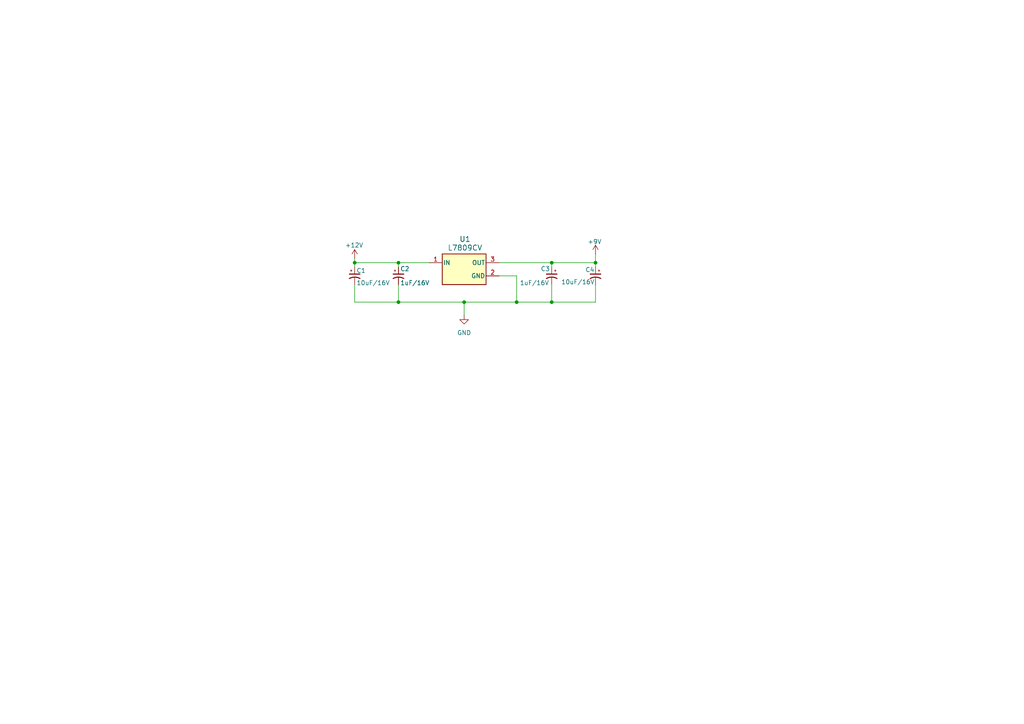
<source format=kicad_sch>
(kicad_sch
	(version 20231120)
	(generator "eeschema")
	(generator_version "8.0")
	(uuid "789ed0ee-57b9-41d4-a702-97d290155ca8")
	(paper "A4")
	(lib_symbols
		(symbol "charge_battery_sym_lib:Cap_Tantalum_10uF_16V"
			(pin_numbers hide)
			(pin_names
				(offset 1.016) hide)
			(exclude_from_sim no)
			(in_bom yes)
			(on_board yes)
			(property "Reference" "C"
				(at 0 3.81 0)
				(effects
					(font
						(size 1.27 1.27)
					)
					(justify left bottom)
				)
			)
			(property "Value" "10uF/16V"
				(at 0 -5.08 0)
				(effects
					(font
						(size 1.27 1.27)
					)
					(justify left bottom)
				)
			)
			(property "Footprint" "charge_battery_footprint_lib:Tan_Cap_A"
				(at -5.08 9.398 0)
				(effects
					(font
						(size 1.27 1.27)
					)
					(justify bottom)
					(hide yes)
				)
			)
			(property "Datasheet" ""
				(at 5.08 0 0)
				(effects
					(font
						(size 1.27 1.27)
					)
					(hide yes)
				)
			)
			(property "Description" "TAJA105K016RNJ"
				(at -3.048 9.906 0)
				(effects
					(font
						(size 1.27 1.27)
					)
					(hide yes)
				)
			)
			(property "Supply name" "Thegioiic"
				(at -3.048 10.668 0)
				(effects
					(font
						(size 1.27 1.27)
					)
					(hide yes)
				)
			)
			(property "Supply part number" "Tụ Tantalum 10uF 16V 2312 TAJC106K016RNJ"
				(at -4.826 10.16 0)
				(effects
					(font
						(size 1.27 1.27)
					)
					(hide yes)
				)
			)
			(property "Supply URL" "https://www.thegioiic.com/tu-tantalum-10uf-16v-2312-tajc106k016rnj"
				(at 0.254 10.668 0)
				(effects
					(font
						(size 1.27 1.27)
					)
					(hide yes)
				)
			)
			(symbol "Cap_Tantalum_10uF_16V_0_1"
				(polyline
					(pts
						(xy 1.016 -1.27) (xy 1.016 -0.762)
					)
					(stroke
						(width 0)
						(type default)
					)
					(fill
						(type none)
					)
				)
				(polyline
					(pts
						(xy 1.27 -1.016) (xy 0.762 -1.016)
					)
					(stroke
						(width 0)
						(type default)
					)
					(fill
						(type none)
					)
				)
				(polyline
					(pts
						(xy 2.032 -1.524) (xy 2.032 1.524)
					)
					(stroke
						(width 0.3048)
						(type default)
					)
					(fill
						(type none)
					)
				)
				(arc
					(start 3.302 1.524)
					(mid 2.9134 0)
					(end 3.302 -1.524)
					(stroke
						(width 0.3048)
						(type default)
					)
					(fill
						(type none)
					)
				)
			)
			(symbol "Cap_Tantalum_10uF_16V_1_1"
				(pin passive line
					(at 0 0 0)
					(length 2.032)
					(name "~"
						(effects
							(font
								(size 1.27 1.27)
							)
						)
					)
					(number "1"
						(effects
							(font
								(size 1.27 1.27)
							)
						)
					)
				)
				(pin passive line
					(at 5.08 0 180)
					(length 2.032)
					(name "~"
						(effects
							(font
								(size 1.27 1.27)
							)
						)
					)
					(number "2"
						(effects
							(font
								(size 1.27 1.27)
							)
						)
					)
				)
			)
		)
		(symbol "charge_battery_sym_lib:Cap_Tantalum_1uF_16V"
			(pin_numbers hide)
			(pin_names
				(offset 1.016) hide)
			(exclude_from_sim no)
			(in_bom yes)
			(on_board yes)
			(property "Reference" "C"
				(at 0 3.81 0)
				(effects
					(font
						(size 1.27 1.27)
					)
					(justify left bottom)
				)
			)
			(property "Value" "1uF/16V"
				(at 0 -5.08 0)
				(effects
					(font
						(size 1.27 1.27)
					)
					(justify left bottom)
				)
			)
			(property "Footprint" "charge_battery_footprint_lib:Tan_Cap_A"
				(at -3.81 10.16 0)
				(effects
					(font
						(size 1.27 1.27)
					)
					(justify bottom)
					(hide yes)
				)
			)
			(property "Datasheet" ""
				(at 5.08 0 0)
				(effects
					(font
						(size 1.27 1.27)
					)
					(hide yes)
				)
			)
			(property "Description" "TAJA105K016RNJ"
				(at -11.938 9.652 0)
				(effects
					(font
						(size 1.27 1.27)
					)
					(hide yes)
				)
			)
			(property "Supply name" "Thegioiic"
				(at -8.382 9.652 0)
				(effects
					(font
						(size 1.27 1.27)
					)
					(hide yes)
				)
			)
			(property "Supply part number" "Tụ Tantalum 1uF 16V 1206 TAJA105K016RNJ"
				(at -3.81 10.16 0)
				(effects
					(font
						(size 1.27 1.27)
					)
					(hide yes)
				)
			)
			(property "Supply URL" "https://www.thegioiic.com/tu-tantalum-1uf-16v-1206-taja105k016rnj"
				(at -3.81 10.16 0)
				(effects
					(font
						(size 1.27 1.27)
					)
					(hide yes)
				)
			)
			(symbol "Cap_Tantalum_1uF_16V_0_1"
				(polyline
					(pts
						(xy 1.016 -1.27) (xy 1.016 -0.762)
					)
					(stroke
						(width 0)
						(type default)
					)
					(fill
						(type none)
					)
				)
				(polyline
					(pts
						(xy 1.27 -1.016) (xy 0.762 -1.016)
					)
					(stroke
						(width 0)
						(type default)
					)
					(fill
						(type none)
					)
				)
				(polyline
					(pts
						(xy 2.032 -1.524) (xy 2.032 1.524)
					)
					(stroke
						(width 0.3048)
						(type default)
					)
					(fill
						(type none)
					)
				)
				(arc
					(start 3.302 1.524)
					(mid 2.9134 0)
					(end 3.302 -1.524)
					(stroke
						(width 0.3048)
						(type default)
					)
					(fill
						(type none)
					)
				)
			)
			(symbol "Cap_Tantalum_1uF_16V_1_1"
				(pin passive line
					(at 0 0 0)
					(length 2.032)
					(name "~"
						(effects
							(font
								(size 1.27 1.27)
							)
						)
					)
					(number "1"
						(effects
							(font
								(size 1.27 1.27)
							)
						)
					)
				)
				(pin passive line
					(at 5.08 0 180)
					(length 2.032)
					(name "~"
						(effects
							(font
								(size 1.27 1.27)
							)
						)
					)
					(number "2"
						(effects
							(font
								(size 1.27 1.27)
							)
						)
					)
				)
			)
		)
		(symbol "charge_battery_sym_lib:L7809CV"
			(pin_names
				(offset 0.254)
			)
			(exclude_from_sim no)
			(in_bom yes)
			(on_board yes)
			(property "Reference" "U"
				(at 6.096 13.462 0)
				(effects
					(font
						(size 1.524 1.524)
					)
				)
			)
			(property "Value" "L7809CV"
				(at 6.096 10.922 0)
				(effects
					(font
						(size 1.524 1.524)
					)
				)
			)
			(property "Footprint" "charge_battery_footprint_lib:TO-220-3"
				(at 12.7 -3.302 0)
				(effects
					(font
						(size 1.27 1.27)
						(italic yes)
					)
					(hide yes)
				)
			)
			(property "Datasheet" "https://www.st.com/resource/en/datasheet/l78.pdf"
				(at 12.446 -3.302 0)
				(effects
					(font
						(size 1.27 1.27)
						(italic yes)
					)
					(hide yes)
				)
			)
			(property "Description" "Linear Regulators - Standard"
				(at 12.192 -3.302 0)
				(effects
					(font
						(size 1.27 1.27)
					)
					(hide yes)
				)
			)
			(property "Supply name" "TME"
				(at 13.716 -3.302 0)
				(effects
					(font
						(size 1.27 1.27)
					)
					(hide yes)
				)
			)
			(property "Supply part number" "L7809CV"
				(at 13.716 -3.302 0)
				(effects
					(font
						(size 1.27 1.27)
					)
					(hide yes)
				)
			)
			(property "Supply URL" "http://www.tme.vn/Product.aspx?id=2484#page=pro_info"
				(at 0 0 0)
				(effects
					(font
						(size 1.27 1.27)
					)
					(hide yes)
				)
			)
			(property "ki_keywords" "L7809CV"
				(at 0 0 0)
				(effects
					(font
						(size 1.27 1.27)
					)
					(hide yes)
				)
			)
			(property "ki_fp_filters" "TO-220_STM"
				(at 0 0 0)
				(effects
					(font
						(size 1.27 1.27)
					)
					(hide yes)
				)
			)
			(symbol "L7809CV_0_1"
				(rectangle
					(start 0 8.89)
					(end 12.7 0)
					(stroke
						(width 0.254)
						(type default)
					)
					(fill
						(type background)
					)
				)
				(pin power_in line
					(at -3.81 6.35 0)
					(length 3.81)
					(name "IN"
						(effects
							(font
								(size 1.27 1.27)
							)
						)
					)
					(number "1"
						(effects
							(font
								(size 1.27 1.27)
							)
						)
					)
				)
				(pin power_in line
					(at 16.51 2.54 180)
					(length 3.81)
					(name "GND"
						(effects
							(font
								(size 1.27 1.27)
							)
						)
					)
					(number "2"
						(effects
							(font
								(size 1.27 1.27)
							)
						)
					)
				)
				(pin power_in line
					(at 16.51 6.35 180)
					(length 3.81)
					(name "OUT"
						(effects
							(font
								(size 1.27 1.27)
							)
						)
					)
					(number "3"
						(effects
							(font
								(size 1.27 1.27)
							)
						)
					)
				)
			)
		)
		(symbol "power:+5V"
			(power)
			(pin_numbers hide)
			(pin_names
				(offset 0) hide)
			(exclude_from_sim no)
			(in_bom yes)
			(on_board yes)
			(property "Reference" "#PWR"
				(at 0 -3.81 0)
				(effects
					(font
						(size 1.27 1.27)
					)
					(hide yes)
				)
			)
			(property "Value" "+5V"
				(at 0 3.556 0)
				(effects
					(font
						(size 1.27 1.27)
					)
				)
			)
			(property "Footprint" ""
				(at 0 0 0)
				(effects
					(font
						(size 1.27 1.27)
					)
					(hide yes)
				)
			)
			(property "Datasheet" ""
				(at 0 0 0)
				(effects
					(font
						(size 1.27 1.27)
					)
					(hide yes)
				)
			)
			(property "Description" "Power symbol creates a global label with name \"+5V\""
				(at 0 0 0)
				(effects
					(font
						(size 1.27 1.27)
					)
					(hide yes)
				)
			)
			(property "ki_keywords" "global power"
				(at 0 0 0)
				(effects
					(font
						(size 1.27 1.27)
					)
					(hide yes)
				)
			)
			(symbol "+5V_0_1"
				(polyline
					(pts
						(xy -0.762 1.27) (xy 0 2.54)
					)
					(stroke
						(width 0)
						(type default)
					)
					(fill
						(type none)
					)
				)
				(polyline
					(pts
						(xy 0 0) (xy 0 2.54)
					)
					(stroke
						(width 0)
						(type default)
					)
					(fill
						(type none)
					)
				)
				(polyline
					(pts
						(xy 0 2.54) (xy 0.762 1.27)
					)
					(stroke
						(width 0)
						(type default)
					)
					(fill
						(type none)
					)
				)
			)
			(symbol "+5V_1_1"
				(pin power_in line
					(at 0 0 90)
					(length 0)
					(name "~"
						(effects
							(font
								(size 1.27 1.27)
							)
						)
					)
					(number "1"
						(effects
							(font
								(size 1.27 1.27)
							)
						)
					)
				)
			)
		)
		(symbol "power:+9V"
			(power)
			(pin_numbers hide)
			(pin_names
				(offset 0) hide)
			(exclude_from_sim no)
			(in_bom yes)
			(on_board yes)
			(property "Reference" "#PWR"
				(at 0 -3.81 0)
				(effects
					(font
						(size 1.27 1.27)
					)
					(hide yes)
				)
			)
			(property "Value" "+9V"
				(at 0 3.556 0)
				(effects
					(font
						(size 1.27 1.27)
					)
				)
			)
			(property "Footprint" ""
				(at 0 0 0)
				(effects
					(font
						(size 1.27 1.27)
					)
					(hide yes)
				)
			)
			(property "Datasheet" ""
				(at 0 0 0)
				(effects
					(font
						(size 1.27 1.27)
					)
					(hide yes)
				)
			)
			(property "Description" "Power symbol creates a global label with name \"+9V\""
				(at 0 0 0)
				(effects
					(font
						(size 1.27 1.27)
					)
					(hide yes)
				)
			)
			(property "ki_keywords" "global power"
				(at 0 0 0)
				(effects
					(font
						(size 1.27 1.27)
					)
					(hide yes)
				)
			)
			(symbol "+9V_0_1"
				(polyline
					(pts
						(xy -0.762 1.27) (xy 0 2.54)
					)
					(stroke
						(width 0)
						(type default)
					)
					(fill
						(type none)
					)
				)
				(polyline
					(pts
						(xy 0 0) (xy 0 2.54)
					)
					(stroke
						(width 0)
						(type default)
					)
					(fill
						(type none)
					)
				)
				(polyline
					(pts
						(xy 0 2.54) (xy 0.762 1.27)
					)
					(stroke
						(width 0)
						(type default)
					)
					(fill
						(type none)
					)
				)
			)
			(symbol "+9V_1_1"
				(pin power_in line
					(at 0 0 90)
					(length 0)
					(name "~"
						(effects
							(font
								(size 1.27 1.27)
							)
						)
					)
					(number "1"
						(effects
							(font
								(size 1.27 1.27)
							)
						)
					)
				)
			)
		)
		(symbol "power:GND"
			(power)
			(pin_numbers hide)
			(pin_names
				(offset 0) hide)
			(exclude_from_sim no)
			(in_bom yes)
			(on_board yes)
			(property "Reference" "#PWR"
				(at 0 -6.35 0)
				(effects
					(font
						(size 1.27 1.27)
					)
					(hide yes)
				)
			)
			(property "Value" "GND"
				(at 0 -3.81 0)
				(effects
					(font
						(size 1.27 1.27)
					)
				)
			)
			(property "Footprint" ""
				(at 0 0 0)
				(effects
					(font
						(size 1.27 1.27)
					)
					(hide yes)
				)
			)
			(property "Datasheet" ""
				(at 0 0 0)
				(effects
					(font
						(size 1.27 1.27)
					)
					(hide yes)
				)
			)
			(property "Description" "Power symbol creates a global label with name \"GND\" , ground"
				(at 0 0 0)
				(effects
					(font
						(size 1.27 1.27)
					)
					(hide yes)
				)
			)
			(property "ki_keywords" "global power"
				(at 0 0 0)
				(effects
					(font
						(size 1.27 1.27)
					)
					(hide yes)
				)
			)
			(symbol "GND_0_1"
				(polyline
					(pts
						(xy 0 0) (xy 0 -1.27) (xy 1.27 -1.27) (xy 0 -2.54) (xy -1.27 -1.27) (xy 0 -1.27)
					)
					(stroke
						(width 0)
						(type default)
					)
					(fill
						(type none)
					)
				)
			)
			(symbol "GND_1_1"
				(pin power_in line
					(at 0 0 270)
					(length 0)
					(name "~"
						(effects
							(font
								(size 1.27 1.27)
							)
						)
					)
					(number "1"
						(effects
							(font
								(size 1.27 1.27)
							)
						)
					)
				)
			)
		)
	)
	(junction
		(at 160.02 76.2)
		(diameter 0)
		(color 0 0 0 0)
		(uuid "0b7d0d63-5333-4230-9167-67c1476cfdc1")
	)
	(junction
		(at 134.62 87.63)
		(diameter 0)
		(color 0 0 0 0)
		(uuid "2c18340b-26b1-40cd-a909-9ae1a6f58c6c")
	)
	(junction
		(at 102.87 76.2)
		(diameter 0)
		(color 0 0 0 0)
		(uuid "3a13eb30-8c60-4e3c-861c-f454a6f07402")
	)
	(junction
		(at 115.57 76.2)
		(diameter 0)
		(color 0 0 0 0)
		(uuid "483fbee3-7feb-433a-939f-d3bba8a40d77")
	)
	(junction
		(at 115.57 87.63)
		(diameter 0)
		(color 0 0 0 0)
		(uuid "4aecb0c3-474f-4050-91de-cfebfedca7ff")
	)
	(junction
		(at 149.86 87.63)
		(diameter 0)
		(color 0 0 0 0)
		(uuid "6e5385d3-486a-4952-9c84-a7b6af456b09")
	)
	(junction
		(at 160.02 87.63)
		(diameter 0)
		(color 0 0 0 0)
		(uuid "b612e441-00bd-4a4c-891e-1496fa8f850a")
	)
	(junction
		(at 172.72 76.2)
		(diameter 0)
		(color 0 0 0 0)
		(uuid "cac2399f-7a43-4220-b81a-838d1a566cff")
	)
	(wire
		(pts
			(xy 115.57 82.55) (xy 115.57 87.63)
		)
		(stroke
			(width 0)
			(type default)
		)
		(uuid "0e99f530-c699-4588-a6bc-035c1a4c5b41")
	)
	(wire
		(pts
			(xy 160.02 87.63) (xy 172.72 87.63)
		)
		(stroke
			(width 0)
			(type default)
		)
		(uuid "3d04f675-7fe0-45ad-a01d-95ef45eecd39")
	)
	(wire
		(pts
			(xy 160.02 82.55) (xy 160.02 87.63)
		)
		(stroke
			(width 0)
			(type default)
		)
		(uuid "3ea8a62a-b552-43f7-b673-e515f76ba798")
	)
	(wire
		(pts
			(xy 144.78 76.2) (xy 160.02 76.2)
		)
		(stroke
			(width 0)
			(type default)
		)
		(uuid "4de7ecda-710f-4930-8c16-bd9c4792fc4b")
	)
	(wire
		(pts
			(xy 102.87 87.63) (xy 115.57 87.63)
		)
		(stroke
			(width 0)
			(type default)
		)
		(uuid "543c5c58-bcc4-4d51-9a6b-142841d7c84f")
	)
	(wire
		(pts
			(xy 160.02 76.2) (xy 172.72 76.2)
		)
		(stroke
			(width 0)
			(type default)
		)
		(uuid "5459bdbc-db66-4887-b54f-ff452199a09c")
	)
	(wire
		(pts
			(xy 172.72 82.55) (xy 172.72 87.63)
		)
		(stroke
			(width 0)
			(type default)
		)
		(uuid "58ea956c-c892-4615-9615-7fd8f92a8c05")
	)
	(wire
		(pts
			(xy 102.87 82.55) (xy 102.87 87.63)
		)
		(stroke
			(width 0)
			(type default)
		)
		(uuid "5da87115-1df7-423c-a7a0-7c1845f9f687")
	)
	(wire
		(pts
			(xy 115.57 87.63) (xy 134.62 87.63)
		)
		(stroke
			(width 0)
			(type default)
		)
		(uuid "60b75346-cd3d-4010-bcd1-ca86f20e0b30")
	)
	(wire
		(pts
			(xy 149.86 87.63) (xy 160.02 87.63)
		)
		(stroke
			(width 0)
			(type default)
		)
		(uuid "6b3c44ed-e33a-4b16-aaa2-0f61e8c4e90f")
	)
	(wire
		(pts
			(xy 102.87 74.93) (xy 102.87 76.2)
		)
		(stroke
			(width 0)
			(type default)
		)
		(uuid "81578ec4-80ba-4aab-a15e-646098e7b942")
	)
	(wire
		(pts
			(xy 149.86 80.01) (xy 149.86 87.63)
		)
		(stroke
			(width 0)
			(type default)
		)
		(uuid "821a3910-3af4-48b2-b812-1e264aca987c")
	)
	(wire
		(pts
			(xy 102.87 76.2) (xy 115.57 76.2)
		)
		(stroke
			(width 0)
			(type default)
		)
		(uuid "895b4775-bf1f-4c72-a13f-9c385e5fb77e")
	)
	(wire
		(pts
			(xy 115.57 76.2) (xy 124.46 76.2)
		)
		(stroke
			(width 0)
			(type default)
		)
		(uuid "a86ad982-9121-4c18-bdd6-308a15331fa1")
	)
	(wire
		(pts
			(xy 134.62 87.63) (xy 149.86 87.63)
		)
		(stroke
			(width 0)
			(type default)
		)
		(uuid "ade17413-0f4e-4218-b118-115092954926")
	)
	(wire
		(pts
			(xy 172.72 73.66) (xy 172.72 76.2)
		)
		(stroke
			(width 0)
			(type default)
		)
		(uuid "b20097cc-40a7-4e61-94b0-0e377a49b845")
	)
	(wire
		(pts
			(xy 172.72 76.2) (xy 172.72 77.47)
		)
		(stroke
			(width 0)
			(type default)
		)
		(uuid "b24576bf-adec-47b6-b488-f491798449f0")
	)
	(wire
		(pts
			(xy 160.02 76.2) (xy 160.02 77.47)
		)
		(stroke
			(width 0)
			(type default)
		)
		(uuid "c283c9b2-eab5-4a8b-b805-aea0b7519279")
	)
	(wire
		(pts
			(xy 144.78 80.01) (xy 149.86 80.01)
		)
		(stroke
			(width 0)
			(type default)
		)
		(uuid "d6715cd7-824f-4980-8703-2516bbf823fe")
	)
	(wire
		(pts
			(xy 134.62 87.63) (xy 134.62 91.44)
		)
		(stroke
			(width 0)
			(type default)
		)
		(uuid "d84e5c2f-7671-4e49-b32d-cac8ff7972be")
	)
	(wire
		(pts
			(xy 102.87 77.47) (xy 102.87 76.2)
		)
		(stroke
			(width 0)
			(type default)
		)
		(uuid "e42d1c76-10a3-4af3-b5f2-36528a3cf013")
	)
	(wire
		(pts
			(xy 115.57 76.2) (xy 115.57 77.47)
		)
		(stroke
			(width 0)
			(type default)
		)
		(uuid "e5671717-4b0a-4ffb-85b5-b310fbbd1e21")
	)
	(symbol
		(lib_id "power:+5V")
		(at 102.87 74.93 0)
		(unit 1)
		(exclude_from_sim no)
		(in_bom yes)
		(on_board yes)
		(dnp no)
		(uuid "114064b5-228a-4dad-bd1a-c4f3e48ae65a")
		(property "Reference" "#PWR01"
			(at 102.87 78.74 0)
			(effects
				(font
					(size 1.27 1.27)
				)
				(hide yes)
			)
		)
		(property "Value" "+12V"
			(at 100.076 71.12 0)
			(effects
				(font
					(size 1.27 1.27)
				)
				(justify left)
			)
		)
		(property "Footprint" ""
			(at 102.87 74.93 0)
			(effects
				(font
					(size 1.27 1.27)
				)
				(hide yes)
			)
		)
		(property "Datasheet" ""
			(at 102.87 74.93 0)
			(effects
				(font
					(size 1.27 1.27)
				)
				(hide yes)
			)
		)
		(property "Description" "Power symbol creates a global label with name \"+5V\""
			(at 102.87 74.93 0)
			(effects
				(font
					(size 1.27 1.27)
				)
				(hide yes)
			)
		)
		(pin "1"
			(uuid "04015d7d-1d1b-4853-8d20-9d1b77176cba")
		)
		(instances
			(project "Test_Power"
				(path "/bed56751-0368-46a4-8fc4-9436737d1464/0c6d1cae-9532-45ed-a85b-02776c849031"
					(reference "#PWR01")
					(unit 1)
				)
			)
		)
	)
	(symbol
		(lib_id "charge_battery_sym_lib:Cap_Tantalum_1uF_16V")
		(at 160.02 77.47 90)
		(mirror x)
		(unit 1)
		(exclude_from_sim no)
		(in_bom yes)
		(on_board yes)
		(dnp no)
		(uuid "335d9d8a-358b-4cfe-9eec-c5185dae3cfb")
		(property "Reference" "C3"
			(at 159.512 77.978 90)
			(effects
				(font
					(size 1.27 1.27)
				)
				(justify left)
			)
		)
		(property "Value" "1uF/16V"
			(at 159.258 82.042 90)
			(effects
				(font
					(size 1.27 1.27)
				)
				(justify left)
			)
		)
		(property "Footprint" "charge_battery_footprint_lib:Tan_Cap_A"
			(at 149.86 73.66 0)
			(effects
				(font
					(size 1.27 1.27)
				)
				(justify bottom)
				(hide yes)
			)
		)
		(property "Datasheet" ""
			(at 160.02 82.55 0)
			(effects
				(font
					(size 1.27 1.27)
				)
				(hide yes)
			)
		)
		(property "Description" "TAJA105K016RNJ"
			(at 150.368 65.532 0)
			(effects
				(font
					(size 1.27 1.27)
				)
				(hide yes)
			)
		)
		(property "Supply name" "Thegioiic"
			(at 150.368 69.088 0)
			(effects
				(font
					(size 1.27 1.27)
				)
				(hide yes)
			)
		)
		(property "Supply part number" "Tụ Tantalum 1uF 16V 1206 TAJA105K016RNJ"
			(at 149.86 73.66 0)
			(effects
				(font
					(size 1.27 1.27)
				)
				(hide yes)
			)
		)
		(property "Supply URL" "https://www.thegioiic.com/tu-tantalum-1uf-16v-1206-taja105k016rnj"
			(at 149.86 73.66 0)
			(effects
				(font
					(size 1.27 1.27)
				)
				(hide yes)
			)
		)
		(pin "2"
			(uuid "0044232d-a8e1-4044-95d0-fba26d0127f8")
		)
		(pin "1"
			(uuid "c94c36c9-9aee-47b7-b0a8-9e08a7fb66e9")
		)
		(instances
			(project "Test_Power"
				(path "/bed56751-0368-46a4-8fc4-9436737d1464/0c6d1cae-9532-45ed-a85b-02776c849031"
					(reference "C3")
					(unit 1)
				)
			)
		)
	)
	(symbol
		(lib_id "power:+9V")
		(at 172.72 73.66 0)
		(unit 1)
		(exclude_from_sim no)
		(in_bom yes)
		(on_board yes)
		(dnp no)
		(uuid "381b86e7-def6-4bfe-bdae-97a9a2b6955e")
		(property "Reference" "#PWR03"
			(at 172.72 77.47 0)
			(effects
				(font
					(size 1.27 1.27)
				)
				(hide yes)
			)
		)
		(property "Value" "+9V"
			(at 172.466 70.104 0)
			(effects
				(font
					(size 1.27 1.27)
				)
			)
		)
		(property "Footprint" ""
			(at 172.72 73.66 0)
			(effects
				(font
					(size 1.27 1.27)
				)
				(hide yes)
			)
		)
		(property "Datasheet" ""
			(at 172.72 73.66 0)
			(effects
				(font
					(size 1.27 1.27)
				)
				(hide yes)
			)
		)
		(property "Description" "Power symbol creates a global label with name \"+9V\""
			(at 172.72 73.66 0)
			(effects
				(font
					(size 1.27 1.27)
				)
				(hide yes)
			)
		)
		(pin "1"
			(uuid "b678182f-7fc0-46b5-9477-2fda56632faa")
		)
		(instances
			(project "Test_Power"
				(path "/bed56751-0368-46a4-8fc4-9436737d1464/0c6d1cae-9532-45ed-a85b-02776c849031"
					(reference "#PWR03")
					(unit 1)
				)
			)
		)
	)
	(symbol
		(lib_id "charge_battery_sym_lib:Cap_Tantalum_10uF_16V")
		(at 172.72 77.47 90)
		(mirror x)
		(unit 1)
		(exclude_from_sim no)
		(in_bom yes)
		(on_board yes)
		(dnp no)
		(uuid "4bdbd9bb-4847-4054-8bc1-79dd6fea31c0")
		(property "Reference" "C4"
			(at 172.466 78.232 90)
			(effects
				(font
					(size 1.27 1.27)
				)
				(justify left)
			)
		)
		(property "Value" "10uF/16V"
			(at 172.466 81.788 90)
			(effects
				(font
					(size 1.27 1.27)
				)
				(justify left)
			)
		)
		(property "Footprint" "charge_battery_footprint_lib:Tan_Cap_A"
			(at 163.322 72.39 0)
			(effects
				(font
					(size 1.27 1.27)
				)
				(justify bottom)
				(hide yes)
			)
		)
		(property "Datasheet" ""
			(at 172.72 82.55 0)
			(effects
				(font
					(size 1.27 1.27)
				)
				(hide yes)
			)
		)
		(property "Description" "TAJA105K016RNJ"
			(at 162.814 74.422 0)
			(effects
				(font
					(size 1.27 1.27)
				)
				(hide yes)
			)
		)
		(property "Supply name" "Thegioiic"
			(at 162.052 74.422 0)
			(effects
				(font
					(size 1.27 1.27)
				)
				(hide yes)
			)
		)
		(property "Supply part number" "Tụ Tantalum 10uF 16V 2312 TAJC106K016RNJ"
			(at 162.56 72.644 0)
			(effects
				(font
					(size 1.27 1.27)
				)
				(hide yes)
			)
		)
		(property "Supply URL" "https://www.thegioiic.com/tu-tantalum-10uf-16v-2312-tajc106k016rnj"
			(at 162.052 77.724 0)
			(effects
				(font
					(size 1.27 1.27)
				)
				(hide yes)
			)
		)
		(pin "2"
			(uuid "c8353b52-fd5f-49b9-9fe7-dd5df7736c95")
		)
		(pin "1"
			(uuid "4a9f3e2d-30a7-4166-94ce-35f857db75c6")
		)
		(instances
			(project "Test_Power"
				(path "/bed56751-0368-46a4-8fc4-9436737d1464/0c6d1cae-9532-45ed-a85b-02776c849031"
					(reference "C4")
					(unit 1)
				)
			)
		)
	)
	(symbol
		(lib_id "power:GND")
		(at 134.62 91.44 0)
		(unit 1)
		(exclude_from_sim no)
		(in_bom yes)
		(on_board yes)
		(dnp no)
		(fields_autoplaced yes)
		(uuid "d097c69f-5cf6-4695-b625-96104773096b")
		(property "Reference" "#PWR02"
			(at 134.62 97.79 0)
			(effects
				(font
					(size 1.27 1.27)
				)
				(hide yes)
			)
		)
		(property "Value" "GND"
			(at 134.62 96.52 0)
			(effects
				(font
					(size 1.27 1.27)
				)
			)
		)
		(property "Footprint" ""
			(at 134.62 91.44 0)
			(effects
				(font
					(size 1.27 1.27)
				)
				(hide yes)
			)
		)
		(property "Datasheet" ""
			(at 134.62 91.44 0)
			(effects
				(font
					(size 1.27 1.27)
				)
				(hide yes)
			)
		)
		(property "Description" "Power symbol creates a global label with name \"GND\" , ground"
			(at 134.62 91.44 0)
			(effects
				(font
					(size 1.27 1.27)
				)
				(hide yes)
			)
		)
		(pin "1"
			(uuid "2c7d41b1-74d0-44a6-848c-d19c58aa2506")
		)
		(instances
			(project "Test_Power"
				(path "/bed56751-0368-46a4-8fc4-9436737d1464/0c6d1cae-9532-45ed-a85b-02776c849031"
					(reference "#PWR02")
					(unit 1)
				)
			)
		)
	)
	(symbol
		(lib_id "charge_battery_sym_lib:Cap_Tantalum_10uF_16V")
		(at 102.87 77.47 270)
		(unit 1)
		(exclude_from_sim no)
		(in_bom yes)
		(on_board yes)
		(dnp no)
		(uuid "e4ce7a5b-5e9a-4be4-896b-557899e56339")
		(property "Reference" "C1"
			(at 103.378 78.486 90)
			(effects
				(font
					(size 1.27 1.27)
				)
				(justify left)
			)
		)
		(property "Value" "10uF/16V"
			(at 103.378 82.042 90)
			(effects
				(font
					(size 1.27 1.27)
				)
				(justify left)
			)
		)
		(property "Footprint" "charge_battery_footprint_lib:Tan_Cap_A"
			(at 112.268 72.39 0)
			(effects
				(font
					(size 1.27 1.27)
				)
				(justify bottom)
				(hide yes)
			)
		)
		(property "Datasheet" ""
			(at 102.87 82.55 0)
			(effects
				(font
					(size 1.27 1.27)
				)
				(hide yes)
			)
		)
		(property "Description" "TAJA105K016RNJ"
			(at 112.776 74.422 0)
			(effects
				(font
					(size 1.27 1.27)
				)
				(hide yes)
			)
		)
		(property "Supply name" "Thegioiic"
			(at 113.538 74.422 0)
			(effects
				(font
					(size 1.27 1.27)
				)
				(hide yes)
			)
		)
		(property "Supply part number" "Tụ Tantalum 10uF 16V 2312 TAJC106K016RNJ"
			(at 113.03 72.644 0)
			(effects
				(font
					(size 1.27 1.27)
				)
				(hide yes)
			)
		)
		(property "Supply URL" "https://www.thegioiic.com/tu-tantalum-10uf-16v-2312-tajc106k016rnj"
			(at 113.538 77.724 0)
			(effects
				(font
					(size 1.27 1.27)
				)
				(hide yes)
			)
		)
		(pin "2"
			(uuid "0452dad2-dcb7-4303-891a-0108c5276fcc")
		)
		(pin "1"
			(uuid "6447e3b0-f442-47ab-9397-298db18edf99")
		)
		(instances
			(project "Test_Power"
				(path "/bed56751-0368-46a4-8fc4-9436737d1464/0c6d1cae-9532-45ed-a85b-02776c849031"
					(reference "C1")
					(unit 1)
				)
			)
		)
	)
	(symbol
		(lib_id "charge_battery_sym_lib:Cap_Tantalum_1uF_16V")
		(at 115.57 77.47 270)
		(unit 1)
		(exclude_from_sim no)
		(in_bom yes)
		(on_board yes)
		(dnp no)
		(uuid "e8590219-32e8-47e9-9515-4ff1c339adbe")
		(property "Reference" "C2"
			(at 116.078 77.978 90)
			(effects
				(font
					(size 1.27 1.27)
				)
				(justify left)
			)
		)
		(property "Value" "1uF/16V"
			(at 116.078 82.042 90)
			(effects
				(font
					(size 1.27 1.27)
				)
				(justify left)
			)
		)
		(property "Footprint" "charge_battery_footprint_lib:Tan_Cap_A"
			(at 125.73 73.66 0)
			(effects
				(font
					(size 1.27 1.27)
				)
				(justify bottom)
				(hide yes)
			)
		)
		(property "Datasheet" ""
			(at 115.57 82.55 0)
			(effects
				(font
					(size 1.27 1.27)
				)
				(hide yes)
			)
		)
		(property "Description" "TAJA105K016RNJ"
			(at 125.222 65.532 0)
			(effects
				(font
					(size 1.27 1.27)
				)
				(hide yes)
			)
		)
		(property "Supply name" "Thegioiic"
			(at 125.222 69.088 0)
			(effects
				(font
					(size 1.27 1.27)
				)
				(hide yes)
			)
		)
		(property "Supply part number" "Tụ Tantalum 1uF 16V 1206 TAJA105K016RNJ"
			(at 125.73 73.66 0)
			(effects
				(font
					(size 1.27 1.27)
				)
				(hide yes)
			)
		)
		(property "Supply URL" "https://www.thegioiic.com/tu-tantalum-1uf-16v-1206-taja105k016rnj"
			(at 125.73 73.66 0)
			(effects
				(font
					(size 1.27 1.27)
				)
				(hide yes)
			)
		)
		(pin "1"
			(uuid "5b085270-bb70-41c0-9068-3072bec1e2b5")
		)
		(pin "2"
			(uuid "8ef64b4c-bf24-4105-99de-1a473a30e76b")
		)
		(instances
			(project "Test_Power"
				(path "/bed56751-0368-46a4-8fc4-9436737d1464/0c6d1cae-9532-45ed-a85b-02776c849031"
					(reference "C2")
					(unit 1)
				)
			)
		)
	)
	(symbol
		(lib_id "charge_battery_sym_lib:L7809CV")
		(at 128.27 82.55 0)
		(unit 1)
		(exclude_from_sim no)
		(in_bom yes)
		(on_board yes)
		(dnp no)
		(uuid "f3a7f108-87cf-4aa2-b0b1-e0481b191d6d")
		(property "Reference" "U1"
			(at 134.874 69.342 0)
			(effects
				(font
					(size 1.524 1.524)
				)
			)
		)
		(property "Value" "L7809CV"
			(at 134.874 71.882 0)
			(effects
				(font
					(size 1.524 1.524)
				)
			)
		)
		(property "Footprint" "charge_battery_footprint_lib:TO-220-3"
			(at 140.97 85.852 0)
			(effects
				(font
					(size 1.27 1.27)
					(italic yes)
				)
				(hide yes)
			)
		)
		(property "Datasheet" "https://www.st.com/resource/en/datasheet/l78.pdf"
			(at 140.716 85.852 0)
			(effects
				(font
					(size 1.27 1.27)
					(italic yes)
				)
				(hide yes)
			)
		)
		(property "Description" "Linear Regulators - Standard"
			(at 140.462 85.852 0)
			(effects
				(font
					(size 1.27 1.27)
				)
				(hide yes)
			)
		)
		(property "Supply Name" "TME"
			(at 134.62 68.58 0)
			(effects
				(font
					(size 1.27 1.27)
				)
				(hide yes)
			)
		)
		(property "Supply Number" "L7809CV"
			(at 134.62 71.12 0)
			(effects
				(font
					(size 1.27 1.27)
				)
				(hide yes)
			)
		)
		(property "Supply name" "tme"
			(at 141.986 85.852 0)
			(effects
				(font
					(size 1.27 1.27)
				)
				(hide yes)
			)
		)
		(property "Supply part number" "L7809CV"
			(at 141.986 85.852 0)
			(effects
				(font
					(size 1.27 1.27)
				)
				(hide yes)
			)
		)
		(property "Supply URL" "http://www.tme.vn/Product.aspx?id=2484#page=pro_info"
			(at 128.27 82.55 0)
			(effects
				(font
					(size 1.27 1.27)
				)
				(hide yes)
			)
		)
		(pin "2"
			(uuid "59057e8d-b8f0-447b-b1e5-206e72df676a")
		)
		(pin "3"
			(uuid "25d57f6f-04b7-4537-880f-d87e7ced86d5")
		)
		(pin "1"
			(uuid "510d916d-e510-4ab5-9013-89194a87b387")
		)
		(instances
			(project "Test_Power"
				(path "/bed56751-0368-46a4-8fc4-9436737d1464/0c6d1cae-9532-45ed-a85b-02776c849031"
					(reference "U1")
					(unit 1)
				)
			)
		)
	)
)

</source>
